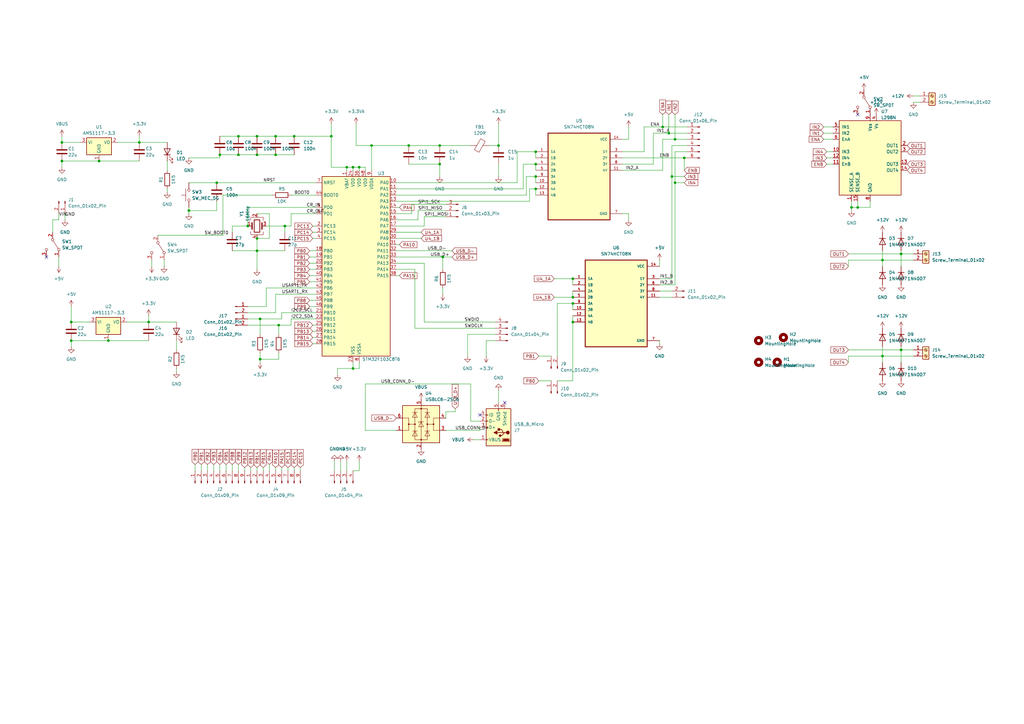
<source format=kicad_sch>
(kicad_sch (version 20230121) (generator eeschema)
  (paper "A3")
  (lib_symbols
    (symbol "Connector:Conn_01x02_Pin" (pin_names (offset 1.016) hide)
      (property "Reference" "J" (at 0 2.54 0))
      (property "Value" "Conn_01x02_Pin" (at 0 -5.08 0))
      (symbol "Conn_01x02_Pin_1_1"
        (pin passive line (at 5.08 0 180) (length 3.81) (name "Pin_1") (number "1"))
        (pin passive line (at 5.08 -2.54 180) (length 3.81) (name "Pin_2") (number "2"))
      )
    )
    (symbol "Connector:Conn_01x03_Pin" (pin_names (offset 1.016) hide)
      (property "Reference" "J" (at 0 5.08 0))
      (property "Value" "Conn_01x03_Pin" (at 0 -5.08 0))
      (symbol "Conn_01x03_Pin_1_1"
        (pin passive line (at 5.08 2.54 180) (length 3.81) (name "Pin_1") (number "1"))
        (pin passive line (at 5.08 0 180) (length 3.81) (name "Pin_2") (number "2"))
        (pin passive line (at 5.08 -2.54 180) (length 3.81) (name "Pin_3") (number "3"))
      )
    )
    (symbol "Connector:Conn_01x04_Pin" (pin_names (offset 1.016) hide)
      (property "Reference" "J" (at 0 5.08 0))
      (property "Value" "Conn_01x04_Pin" (at 0 -7.62 0))
      (symbol "Conn_01x04_Pin_1_1"
        (pin passive line (at 5.08 2.54 180) (length 3.81) (name "Pin_1") (number "1"))
        (pin passive line (at 5.08 0 180) (length 3.81) (name "Pin_2") (number "2"))
        (pin passive line (at 5.08 -2.54 180) (length 3.81) (name "Pin_3") (number "3"))
        (pin passive line (at 5.08 -5.08 180) (length 3.81) (name "Pin_4") (number "4"))
      )
    )
    (symbol "Connector:Conn_01x06_Pin" (pin_names (offset 1.016) hide)
      (property "Reference" "J" (at 0 7.62 0))
      (property "Value" "Conn_01x06_Pin" (at 0 -10.16 0))
      (symbol "Conn_01x06_Pin_1_1"
        (pin passive line (at 5.08 5.08 180) (length 3.81) (name "Pin_1") (number "1"))
        (pin passive line (at 5.08 2.54 180) (length 3.81) (name "Pin_2") (number "2"))
        (pin passive line (at 5.08 0 180) (length 3.81) (name "Pin_3") (number "3"))
        (pin passive line (at 5.08 -2.54 180) (length 3.81) (name "Pin_4") (number "4"))
        (pin passive line (at 5.08 -5.08 180) (length 3.81) (name "Pin_5") (number "5"))
        (pin passive line (at 5.08 -7.62 180) (length 3.81) (name "Pin_6") (number "6"))
      )
    )
    (symbol "Connector:Conn_01x09_Pin" (pin_names (offset 1.016) hide)
      (property "Reference" "J" (at 0 12.7 0))
      (property "Value" "Conn_01x09_Pin" (at 0 -12.7 0))
      (symbol "Conn_01x09_Pin_1_1"
        (pin passive line (at 5.08 10.16 180) (length 3.81) (name "Pin_1") (number "1"))
        (pin passive line (at 5.08 7.62 180) (length 3.81) (name "Pin_2") (number "2"))
        (pin passive line (at 5.08 5.08 180) (length 3.81) (name "Pin_3") (number "3"))
        (pin passive line (at 5.08 2.54 180) (length 3.81) (name "Pin_4") (number "4"))
        (pin passive line (at 5.08 0 180) (length 3.81) (name "Pin_5") (number "5"))
        (pin passive line (at 5.08 -2.54 180) (length 3.81) (name "Pin_6") (number "6"))
        (pin passive line (at 5.08 -5.08 180) (length 3.81) (name "Pin_7") (number "7"))
        (pin passive line (at 5.08 -7.62 180) (length 3.81) (name "Pin_8") (number "8"))
        (pin passive line (at 5.08 -10.16 180) (length 3.81) (name "Pin_9") (number "9"))
      )
    )
    (symbol "Connector:Screw_Terminal_01x02" (pin_names (offset 1.016) hide)
      (property "Reference" "J" (at 0 2.54 0))
      (property "Value" "Screw_Terminal_01x02" (at 0 -5.08 0))
      (symbol "Screw_Terminal_01x02_1_1"
        (pin passive line (at -5.08 0 0) (length 3.81) (name "Pin_1") (number "1"))
        (pin passive line (at -5.08 -2.54 0) (length 3.81) (name "Pin_2") (number "2"))
      )
    )
    (symbol "Connector:USB_B_Micro" (pin_names (offset 1.016))
      (property "Reference" "J" (at -5.08 11.43 0))
      (property "Value" "USB_B_Micro" (at -5.08 8.89 0))
      (symbol "USB_B_Micro_1_1"
        (pin power_out line (at 7.62 5.08 180) (length 2.54) (name "VBUS") (number "1"))
        (pin bidirectional line (at 7.62 -2.54 180) (length 2.54) (name "D-") (number "2"))
        (pin bidirectional line (at 7.62 0 180) (length 2.54) (name "D+") (number "3"))
        (pin passive line (at 7.62 -5.08 180) (length 2.54) (name "ID") (number "4"))
        (pin power_out line (at 0 -10.16 90) (length 2.54) (name "GND") (number "5"))
        (pin passive line (at -2.54 -10.16 90) (length 2.54) (name "Shield") (number "6"))
      )
    )
    (symbol "Device:C" (pin_numbers hide) (pin_names (offset 0.254))
      (property "Reference" "C" (at 0.635 2.54 0))
      (property "Value" "C" (at 0.635 -2.54 0))
      (symbol "C_1_1"
        (pin passive line (at 0 3.81 270) (length 2.794) (name "~") (number "1"))
        (pin passive line (at 0 -3.81 90) (length 2.794) (name "~") (number "2"))
      )
    )
    (symbol "Device:Crystal_GND24" (pin_names (offset 1.016) hide)
      (property "Reference" "Y" (at 3.175 5.08 0))
      (property "Value" "Crystal_GND24" (at 3.175 3.175 0))
      (symbol "Crystal_GND24_1_1"
        (pin passive line (at -3.81 0 0) (length 1.27) (name "1") (number "1"))
        (pin passive line (at 0 5.08 270) (length 1.27) (name "2") (number "2"))
        (pin passive line (at 3.81 0 180) (length 1.27) (name "3") (number "3"))
        (pin passive line (at 0 -5.08 90) (length 1.27) (name "4") (number "4"))
      )
    )
    (symbol "Device:FerriteBead" (pin_numbers hide) (pin_names (offset 0))
      (property "Reference" "FB" (at -3.81 0.635 90))
      (property "Value" "FerriteBead" (at 3.81 0 90))
      (symbol "FerriteBead_1_1"
        (pin passive line (at 0 3.81 270) (length 2.54) (name "~") (number "1"))
        (pin passive line (at 0 -3.81 90) (length 2.54) (name "~") (number "2"))
      )
    )
    (symbol "Device:LED" (pin_numbers hide) (pin_names (offset 1.016) hide)
      (property "Reference" "D" (at 0 2.54 0))
      (property "Value" "LED" (at 0 -2.54 0))
      (symbol "LED_1_1"
        (pin passive line (at -3.81 0 0) (length 2.54) (name "K") (number "1"))
        (pin passive line (at 3.81 0 180) (length 2.54) (name "A") (number "2"))
      )
    )
    (symbol "Device:R" (pin_numbers hide) (pin_names (offset 0))
      (property "Reference" "R" (at 2.032 0 90))
      (property "Value" "R" (at 0 0 90))
      (symbol "R_1_1"
        (pin passive line (at 0 3.81 270) (length 1.27) (name "~") (number "1"))
        (pin passive line (at 0 -3.81 90) (length 1.27) (name "~") (number "2"))
      )
    )
    (symbol "Diode:1N4007" (pin_numbers hide) (pin_names hide)
      (property "Reference" "D" (at 0 2.54 0))
      (property "Value" "1N4007" (at 0 -2.54 0))
      (symbol "1N4007_1_1"
        (pin passive line (at -3.81 0 0) (length 2.54) (name "K") (number "1"))
        (pin passive line (at 3.81 0 180) (length 2.54) (name "A") (number "2"))
      )
    )
    (symbol "Driver_Motor:L298N" (pin_names (offset 1.016))
      (property "Reference" "U" (at -10.16 16.51 0))
      (property "Value" "L298N" (at 12.7 16.51 0))
      (symbol "L298N_1_1"
        (pin power_in line (at -7.62 -17.78 90) (length 2.54) (name "SENSE_A") (number "1"))
        (pin input line (at -15.24 2.54 0) (length 2.54) (name "IN3") (number "10"))
        (pin input line (at -15.24 -2.54 0) (length 2.54) (name "EnB") (number "11"))
        (pin input line (at -15.24 0 0) (length 2.54) (name "IN4") (number "12"))
        (pin output line (at 15.24 -2.54 180) (length 2.54) (name "OUT3") (number "13"))
        (pin output line (at 15.24 -5.08 180) (length 2.54) (name "OUT4") (number "14"))
        (pin power_in line (at -5.08 -17.78 90) (length 2.54) (name "SENSE_B") (number "15"))
        (pin output line (at 15.24 5.08 180) (length 2.54) (name "OUT1") (number "2"))
        (pin output line (at 15.24 2.54 180) (length 2.54) (name "OUT2") (number "3"))
        (pin power_in line (at 2.54 17.78 270) (length 2.54) (name "Vs") (number "4"))
        (pin input line (at -15.24 12.7 0) (length 2.54) (name "IN1") (number "5"))
        (pin input line (at -15.24 7.62 0) (length 2.54) (name "EnA") (number "6"))
        (pin input line (at -15.24 10.16 0) (length 2.54) (name "IN2") (number "7"))
        (pin power_in line (at 0 -17.78 90) (length 2.54) (name "GND") (number "8"))
        (pin power_in line (at 0 17.78 270) (length 2.54) (name "Vss") (number "9"))
      )
    )
    (symbol "MCU_ST_STM32F1:STM32F103C8Tx"
      (property "Reference" "U" (at -12.7 39.37 0))
      (property "Value" "STM32F103C8Tx" (at 10.16 39.37 0))
      (symbol "STM32F103C8Tx_1_1"
        (pin power_in line (at -2.54 40.64 270) (length 2.54) (name "VBAT") (number "1"))
        (pin bidirectional line (at 17.78 35.56 180) (length 2.54) (name "PA0") (number "10"))
        (pin bidirectional line (at 17.78 33.02 180) (length 2.54) (name "PA1") (number "11"))
        (pin bidirectional line (at 17.78 30.48 180) (length 2.54) (name "PA2") (number "12"))
        (pin bidirectional line (at 17.78 27.94 180) (length 2.54) (name "PA3") (number "13"))
        (pin bidirectional line (at 17.78 25.4 180) (length 2.54) (name "PA4") (number "14"))
        (pin bidirectional line (at 17.78 22.86 180) (length 2.54) (name "PA5") (number "15"))
        (pin bidirectional line (at 17.78 20.32 180) (length 2.54) (name "PA6") (number "16"))
        (pin bidirectional line (at 17.78 17.78 180) (length 2.54) (name "PA7") (number "17"))
        (pin bidirectional line (at -15.24 7.62 0) (length 2.54) (name "PB0") (number "18"))
        (pin bidirectional line (at -15.24 5.08 0) (length 2.54) (name "PB1") (number "19"))
        (pin bidirectional line (at -15.24 17.78 0) (length 2.54) (name "PC13") (number "2"))
        (pin bidirectional line (at -15.24 2.54 0) (length 2.54) (name "PB2") (number "20"))
        (pin bidirectional line (at -15.24 -17.78 0) (length 2.54) (name "PB10") (number "21"))
        (pin bidirectional line (at -15.24 -20.32 0) (length 2.54) (name "PB11") (number "22"))
        (pin power_in line (at 0 -38.1 90) (length 2.54) (name "VSS") (number "23"))
        (pin power_in line (at 0 40.64 270) (length 2.54) (name "VDD") (number "24"))
        (pin bidirectional line (at -15.24 -22.86 0) (length 2.54) (name "PB12") (number "25"))
        (pin bidirectional line (at -15.24 -25.4 0) (length 2.54) (name "PB13") (number "26"))
        (pin bidirectional line (at -15.24 -27.94 0) (length 2.54) (name "PB14") (number "27"))
        (pin bidirectional line (at -15.24 -30.48 0) (length 2.54) (name "PB15") (number "28"))
        (pin bidirectional line (at 17.78 15.24 180) (length 2.54) (name "PA8") (number "29"))
        (pin bidirectional line (at -15.24 15.24 0) (length 2.54) (name "PC14") (number "3"))
        (pin bidirectional line (at 17.78 12.7 180) (length 2.54) (name "PA9") (number "30"))
        (pin bidirectional line (at 17.78 10.16 180) (length 2.54) (name "PA10") (number "31"))
        (pin bidirectional line (at 17.78 7.62 180) (length 2.54) (name "PA11") (number "32"))
        (pin bidirectional line (at 17.78 5.08 180) (length 2.54) (name "PA12") (number "33"))
        (pin bidirectional line (at 17.78 2.54 180) (length 2.54) (name "PA13") (number "34"))
        (pin passive line (at 0 -38.1 90) (length 2.54) hide (name "VSS") (number "35"))
        (pin power_in line (at 2.54 40.64 270) (length 2.54) (name "VDD") (number "36"))
        (pin bidirectional line (at 17.78 0 180) (length 2.54) (name "PA14") (number "37"))
        (pin bidirectional line (at 17.78 -2.54 180) (length 2.54) (name "PA15") (number "38"))
        (pin bidirectional line (at -15.24 0 0) (length 2.54) (name "PB3") (number "39"))
        (pin bidirectional line (at -15.24 12.7 0) (length 2.54) (name "PC15") (number "4"))
        (pin bidirectional line (at -15.24 -2.54 0) (length 2.54) (name "PB4") (number "40"))
        (pin bidirectional line (at -15.24 -5.08 0) (length 2.54) (name "PB5") (number "41"))
        (pin bidirectional line (at -15.24 -7.62 0) (length 2.54) (name "PB6") (number "42"))
        (pin bidirectional line (at -15.24 -10.16 0) (length 2.54) (name "PB7") (number "43"))
        (pin input line (at -15.24 30.48 0) (length 2.54) (name "BOOT0") (number "44"))
        (pin bidirectional line (at -15.24 -12.7 0) (length 2.54) (name "PB8") (number "45"))
        (pin bidirectional line (at -15.24 -15.24 0) (length 2.54) (name "PB9") (number "46"))
        (pin passive line (at 0 -38.1 90) (length 2.54) hide (name "VSS") (number "47"))
        (pin power_in line (at 5.08 40.64 270) (length 2.54) (name "VDD") (number "48"))
        (pin bidirectional line (at -15.24 25.4 0) (length 2.54) (name "PD0") (number "5"))
        (pin bidirectional line (at -15.24 22.86 0) (length 2.54) (name "PD1") (number "6"))
        (pin input line (at -15.24 35.56 0) (length 2.54) (name "NRST") (number "7"))
        (pin power_in line (at 2.54 -38.1 90) (length 2.54) (name "VSSA") (number "8"))
        (pin power_in line (at 7.62 40.64 270) (length 2.54) (name "VDDA") (number "9"))
      )
    )
    (symbol "Mechanical:MountingHole" (pin_names (offset 1.016))
      (property "Reference" "H" (at 0 5.08 0))
      (property "Value" "MountingHole" (at 0 3.175 0))
    )
    (symbol "Power_Protection:USBLC6-2SC6" (pin_names hide)
      (property "Reference" "U" (at 2.54 8.89 0))
      (property "Value" "USBLC6-2SC6" (at 2.54 -8.89 0))
      (symbol "USBLC6-2SC6_1_1"
        (pin passive line (at -10.16 -2.54 0) (length 2.54) (name "I/O1") (number "1"))
        (pin passive line (at 0 -10.16 90) (length 2.54) (name "GND") (number "2"))
        (pin passive line (at 10.16 -2.54 180) (length 2.54) (name "I/O2") (number "3"))
        (pin passive line (at 10.16 2.54 180) (length 2.54) (name "I/O2") (number "4"))
        (pin passive line (at 0 10.16 270) (length 2.54) (name "VBUS") (number "5"))
        (pin passive line (at -10.16 2.54 0) (length 2.54) (name "I/O1") (number "6"))
      )
    )
    (symbol "Regulator_Linear:AMS1117-3.3"
      (property "Reference" "U" (at -3.81 3.175 0))
      (property "Value" "AMS1117-3.3" (at 0 3.175 0))
      (symbol "AMS1117-3.3_1_1"
        (pin power_in line (at 0 -7.62 90) (length 2.54) (name "GND") (number "1"))
        (pin power_out line (at 7.62 0 180) (length 2.54) (name "VO") (number "2"))
        (pin power_in line (at -7.62 0 0) (length 2.54) (name "VI") (number "3"))
      )
    )
    (symbol "SN74HCT08N:SN74HCT08N" (pin_names (offset 1.016))
      (property "Reference" "U" (at -12.7 18.78 0))
      (property "Value" "SN74HCT08N" (at -12.7 -21.78 0))
      (symbol "SN74HCT08N_0_0"
        (pin input line (at -17.78 10.16 0) (length 5.08) (name "1A") (number "1"))
        (pin input line (at -17.78 -2.54 0) (length 5.08) (name "3B") (number "10"))
        (pin output line (at 17.78 2.54 180) (length 5.08) (name "4Y") (number "11"))
        (pin input line (at -17.78 -5.08 0) (length 5.08) (name "4A") (number "12"))
        (pin input line (at -17.78 -7.62 0) (length 5.08) (name "4B") (number "13"))
        (pin power_in line (at 17.78 15.24 180) (length 5.08) (name "VCC") (number "14"))
        (pin input line (at -17.78 7.62 0) (length 5.08) (name "1B") (number "2"))
        (pin output line (at 17.78 10.16 180) (length 5.08) (name "1Y") (number "3"))
        (pin input line (at -17.78 5.08 0) (length 5.08) (name "2A") (number "4"))
        (pin input line (at -17.78 2.54 0) (length 5.08) (name "2B") (number "5"))
        (pin output line (at 17.78 7.62 180) (length 5.08) (name "2Y") (number "6"))
        (pin power_in line (at 17.78 -15.24 180) (length 5.08) (name "GND") (number "7"))
        (pin output line (at 17.78 5.08 180) (length 5.08) (name "3Y") (number "8"))
        (pin input line (at -17.78 0 0) (length 5.08) (name "3A") (number "9"))
      )
    )
    (symbol "Switch:SW_MEC_5G" (pin_numbers hide) (pin_names (offset 1.016) hide)
      (property "Reference" "SW" (at 1.27 2.54 0))
      (property "Value" "SW_MEC_5G" (at 0 -1.524 0))
      (symbol "SW_MEC_5G_0_1"
        (pin passive line (at -5.08 0 0) (length 2.54) (name "A") (number "1"))
        (pin passive line (at 5.08 0 180) (length 2.54) (name "B") (number "3"))
      )
      (symbol "SW_MEC_5G_1_1"
        (pin passive line (at -5.08 0 0) (length 2.54) hide (name "A") (number "2"))
        (pin passive line (at 5.08 0 180) (length 2.54) hide (name "B") (number "4"))
      )
    )
    (symbol "Switch:SW_SPDT" (pin_names (offset 0) hide)
      (property "Reference" "SW" (at 0 4.318 0))
      (property "Value" "SW_SPDT" (at 0 -5.08 0))
      (symbol "SW_SPDT_1_1"
        (pin passive line (at 5.08 2.54 180) (length 2.54) (name "A") (number "1"))
        (pin passive line (at -5.08 0 0) (length 2.54) (name "B") (number "2"))
        (pin passive line (at 5.08 -2.54 180) (length 2.54) (name "C") (number "3"))
      )
    )
    (symbol "power:+12V" (power) (pin_names (offset 0))
      (property "Value" "+12V" (at 0 3.556 0))
      (symbol "+12V_1_1"
        (pin power_in line (at 0 0 90) (length 0) hide (name "+12V") (number "1"))
      )
    )
    (symbol "power:+3.3V" (power) (pin_names (offset 0))
      (property "Value" "+3.3V" (at 0 3.556 0))
      (symbol "+3.3V_1_1"
        (pin power_in line (at 0 0 90) (length 0) hide (name "+3.3V") (number "1"))
      )
    )
    (symbol "power:+3.3VA" (power) (pin_names (offset 0))
      (property "Value" "+3.3VA" (at 0 3.556 0))
      (symbol "+3.3VA_1_1"
        (pin power_in line (at 0 0 90) (length 0) hide (name "+3.3VA") (number "1"))
      )
    )
    (symbol "power:+5V" (power) (pin_names (offset 0))
      (property "Value" "+5V" (at 0 3.556 0))
      (symbol "+5V_1_1"
        (pin power_in line (at 0 0 90) (length 0) hide (name "+5V") (number "1"))
      )
    )
    (symbol "power:GND" (power) (pin_names (offset 0))
      (property "Value" "GND" (at 0 -3.81 0))
      (symbol "GND_1_1"
        (pin power_in line (at 0 0 270) (length 0) hide (name "GND") (number "1"))
      )
    )
    (symbol "power:VBUS" (power) (pin_names (offset 0))
      (property "Value" "VBUS" (at 0 3.81 0))
      (symbol "VBUS_1_1"
        (pin power_in line (at 0 0 90) (length 0) hide (name "VBUS") (number "1"))
      )
    )
  )
  (junction (at 44.45 139.7))
  (junction (at 113.03 63.5))
  (junction (at 29.21 139.7))
  (junction (at 25.4 66.04))
  (junction (at 60.96 132.08))
  (junction (at 219.71 67.31))
  (junction (at 234.95 114.3))
  (junction (at 116.84 92.71))
  (junction (at 274.32 54.61))
  (junction (at 276.86 57.15))
  (junction (at 147.32 68.58))
  (junction (at 369.57 143.51))
  (junction (at 369.57 104.14))
  (junction (at 234.95 132.08))
  (junction (at 144.78 151.13))
  (junction (at 106.68 130.81))
  (junction (at 101.6 92.71))
  (junction (at 219.71 62.23))
  (junction (at 280.67 64.77))
  (junction (at 105.41 63.5))
  (junction (at 167.64 59.69))
  (junction (at 349.25 85.09))
  (junction (at 275.59 72.39))
  (junction (at 88.9 74.93))
  (junction (at 97.79 55.88))
  (junction (at 105.41 55.88))
  (junction (at 351.79 85.09))
  (junction (at 142.24 68.58))
  (junction (at 144.78 68.58))
  (junction (at 276.86 74.93))
  (junction (at 180.34 59.69))
  (junction (at 152.4 59.69))
  (junction (at 219.71 72.39))
  (junction (at 113.03 55.88))
  (junction (at 90.17 63.5))
  (junction (at 181.61 105.41))
  (junction (at 234.95 124.46))
  (junction (at 105.41 102.87))
  (junction (at 120.65 55.88))
  (junction (at 57.15 58.42))
  (junction (at 135.89 55.88))
  (junction (at 180.34 67.31))
  (junction (at 106.68 147.32))
  (junction (at 234.95 121.92))
  (junction (at 29.21 132.08))
  (junction (at 271.78 52.07))
  (junction (at 361.95 146.05))
  (junction (at 97.79 63.5))
  (junction (at 105.41 97.79))
  (junction (at 40.64 66.04))
  (junction (at 204.47 59.69))
  (junction (at 361.95 106.68))
  (junction (at 77.47 86.36))
  (junction (at 114.3 133.35))
  (junction (at 219.71 77.47))
  (junction (at 25.4 58.42))
  (no_connect (at 19.05 105.41))
  (no_connect (at 351.79 46.99))
  (no_connect (at 207.01 165.1))
  (no_connect (at 196.85 170.18))
  (wire (pts (xy 91.44 96.52) (xy 64.77 96.52)))
  (wire (pts (xy 88.9 82.55) (xy 88.9 86.36)))
  (wire (pts (xy 128.27 133.35) (xy 129.54 133.35)))
  (wire (pts (xy 82.55 190.5) (xy 82.55 193.04)))
  (wire (pts (xy 113.03 191.77) (xy 113.03 193.04)))
  (wire (pts (xy 220.98 146.05) (xy 226.06 146.05)))
  (wire (pts (xy 144.78 68.58) (xy 142.24 68.58)))
  (wire (pts (xy 77.47 74.93) (xy 88.9 74.93)))
  (wire (pts (xy 255.27 64.77) (xy 280.67 64.77)))
  (wire (pts (xy 377.19 39.37) (xy 374.65 39.37)))
  (wire (pts (xy 215.9 72.39) (xy 219.71 72.39)))
  (wire (pts (xy 149.86 157.48) (xy 149.86 176.53)))
  (wire (pts (xy 29.21 139.7) (xy 29.21 142.24)))
  (wire (pts (xy 127 110.49) (xy 129.54 110.49)))
  (wire (pts (xy 167.64 67.31) (xy 180.34 67.31)))
  (wire (pts (xy 270.51 116.84) (xy 276.86 116.84)))
  (wire (pts (xy 105.41 191.77) (xy 105.41 193.04)))
  (wire (pts (xy 227.33 121.92) (xy 234.95 121.92)))
  (wire (pts (xy 97.79 63.5) (xy 105.41 63.5)))
  (wire (pts (xy 234.95 124.46) (xy 234.95 127)))
  (wire (pts (xy 171.45 90.17) (xy 171.45 86.36)))
  (wire (pts (xy 162.56 97.79) (xy 172.72 97.79)))
  (wire (pts (xy 270.51 114.3) (xy 275.59 114.3)))
  (wire (pts (xy 95.25 190.5) (xy 95.25 193.04)))
  (wire (pts (xy 170.18 110.49) (xy 170.18 134.62)))
  (wire (pts (xy 119.38 133.35) (xy 119.38 130.81)))
  (wire (pts (xy 101.6 128.27) (xy 113.03 128.27)))
  (wire (pts (xy 72.39 151.13) (xy 72.39 152.4)))
  (wire (pts (xy 162.56 85.09) (xy 163.83 85.09)))
  (wire (pts (xy 90.17 63.5) (xy 97.79 63.5)))
  (wire (pts (xy 280.67 64.77) (xy 280.67 69.85)))
  (wire (pts (xy 167.64 59.69) (xy 180.34 59.69)))
  (wire (pts (xy 162.56 90.17) (xy 171.45 90.17)))
  (wire (pts (xy 162.56 113.03) (xy 163.83 113.03)))
  (wire (pts (xy 217.17 77.47) (xy 219.71 77.47)))
  (wire (pts (xy 101.6 92.71) (xy 95.25 92.71)))
  (wire (pts (xy 186.69 167.64) (xy 186.69 168.91)))
  (wire (pts (xy 97.79 190.5) (xy 97.79 193.04)))
  (wire (pts (xy 106.68 144.78) (xy 106.68 147.32)))
  (wire (pts (xy 257.81 87.63) (xy 257.81 90.17)))
  (wire (pts (xy 101.6 133.35) (xy 114.3 133.35)))
  (wire (pts (xy 339.09 64.77) (xy 341.63 64.77)))
  (wire (pts (xy 180.34 67.31) (xy 180.34 72.39)))
  (wire (pts (xy 267.97 54.61) (xy 274.32 54.61)))
  (wire (pts (xy 203.2 139.7) (xy 199.39 139.7)))
  (wire (pts (xy 275.59 114.3) (xy 275.59 72.39)))
  (wire (pts (xy 110.49 87.63) (xy 110.49 97.79)))
  (wire (pts (xy 162.56 82.55) (xy 217.17 82.55)))
  (wire (pts (xy 147.32 68.58) (xy 149.86 68.58)))
  (wire (pts (xy 68.58 77.47) (xy 68.58 78.74)))
  (wire (pts (xy 109.22 125.73) (xy 101.6 125.73)))
  (wire (pts (xy 162.56 80.01) (xy 215.9 80.01)))
  (wire (pts (xy 106.68 147.32) (xy 106.68 148.59)))
  (wire (pts (xy 48.26 58.42) (xy 57.15 58.42)))
  (wire (pts (xy 72.39 139.7) (xy 72.39 143.51)))
  (wire (pts (xy 128.27 138.43) (xy 129.54 138.43)))
  (wire (pts (xy 105.41 63.5) (xy 113.03 63.5)))
  (wire (pts (xy 146.05 50.8) (xy 146.05 59.69)))
  (wire (pts (xy 105.41 102.87) (xy 116.84 102.87)))
  (wire (pts (xy 162.56 100.33) (xy 163.83 100.33)))
  (wire (pts (xy 62.23 106.68) (xy 62.23 109.22)))
  (wire (pts (xy 152.4 59.69) (xy 146.05 59.69)))
  (wire (pts (xy 337.82 52.07) (xy 341.63 52.07)))
  (wire (pts (xy 349.25 82.55) (xy 349.25 85.09)))
  (wire (pts (xy 212.09 62.23) (xy 219.71 62.23)))
  (wire (pts (xy 109.22 92.71) (xy 116.84 92.71)))
  (wire (pts (xy 171.45 86.36) (xy 182.88 86.36)))
  (wire (pts (xy 276.86 46.99) (xy 276.86 57.15)))
  (wire (pts (xy 100.33 191.77) (xy 100.33 193.04)))
  (wire (pts (xy 170.18 134.62) (xy 203.2 134.62)))
  (wire (pts (xy 90.17 190.5) (xy 90.17 193.04)))
  (wire (pts (xy 234.95 119.38) (xy 234.95 121.92)))
  (wire (pts (xy 137.16 189.23) (xy 137.16 193.04)))
  (wire (pts (xy 274.32 46.99) (xy 274.32 54.61)))
  (wire (pts (xy 90.17 64.77) (xy 90.17 63.5)))
  (wire (pts (xy 40.64 66.04) (xy 57.15 66.04)))
  (wire (pts (xy 129.54 128.27) (xy 115.57 128.27)))
  (wire (pts (xy 127 105.41) (xy 129.54 105.41)))
  (wire (pts (xy 264.16 52.07) (xy 271.78 52.07)))
  (wire (pts (xy 52.07 132.08) (xy 60.96 132.08)))
  (wire (pts (xy 193.04 172.72) (xy 193.04 157.48)))
  (wire (pts (xy 95.25 92.71) (xy 95.25 95.25)))
  (wire (pts (xy 356.87 85.09) (xy 351.79 85.09)))
  (wire (pts (xy 182.88 176.53) (xy 196.85 176.53)))
  (wire (pts (xy 95.25 102.87) (xy 105.41 102.87)))
  (wire (pts (xy 337.82 54.61) (xy 341.63 54.61)))
  (wire (pts (xy 276.86 74.93) (xy 280.67 74.93)))
  (wire (pts (xy 361.95 146.05) (xy 361.95 148.59)))
  (wire (pts (xy 173.99 132.08) (xy 203.2 132.08)))
  (wire (pts (xy 115.57 130.81) (xy 106.68 130.81)))
  (wire (pts (xy 361.95 146.05) (xy 347.98 146.05)))
  (wire (pts (xy 115.57 128.27) (xy 115.57 130.81)))
  (wire (pts (xy 123.19 191.77) (xy 123.19 193.04)))
  (wire (pts (xy 120.65 55.88) (xy 135.89 55.88)))
  (wire (pts (xy 129.54 85.09) (xy 101.6 85.09)))
  (wire (pts (xy 349.25 85.09) (xy 349.25 86.36)))
  (wire (pts (xy 173.99 107.95) (xy 173.99 132.08)))
  (wire (pts (xy 369.57 143.51) (xy 369.57 148.59)))
  (wire (pts (xy 29.21 139.7) (xy 44.45 139.7)))
  (wire (pts (xy 255.27 87.63) (xy 257.81 87.63)))
  (wire (pts (xy 257.81 52.07) (xy 257.81 57.15)))
  (wire (pts (xy 214.63 77.47) (xy 162.56 77.47)))
  (wire (pts (xy 116.84 92.71) (xy 119.38 92.71)))
  (wire (pts (xy 219.71 72.39) (xy 219.71 74.93)))
  (wire (pts (xy 101.6 85.09) (xy 101.6 92.71)))
  (wire (pts (xy 25.4 55.88) (xy 25.4 58.42)))
  (wire (pts (xy 129.54 118.11) (xy 109.22 118.11)))
  (wire (pts (xy 85.09 190.5) (xy 85.09 193.04)))
  (wire (pts (xy 168.91 87.63) (xy 168.91 83.82)))
  (wire (pts (xy 337.82 57.15) (xy 341.63 57.15)))
  (wire (pts (xy 275.59 72.39) (xy 280.67 72.39)))
  (wire (pts (xy 220.98 156.21) (xy 226.06 156.21)))
  (wire (pts (xy 128.27 97.79) (xy 129.54 97.79)))
  (wire (pts (xy 228.6 124.46) (xy 234.95 124.46)))
  (wire (pts (xy 361.95 102.87) (xy 361.95 106.68)))
  (wire (pts (xy 127 125.73) (xy 129.54 125.73)))
  (wire (pts (xy 92.71 190.5) (xy 92.71 193.04)))
  (wire (pts (xy 119.38 130.81) (xy 129.54 130.81)))
  (wire (pts (xy 191.77 137.16) (xy 203.2 137.16)))
  (wire (pts (xy 149.86 68.58) (xy 149.86 69.85)))
  (wire (pts (xy 255.27 67.31) (xy 267.97 67.31)))
  (wire (pts (xy 128.27 95.25) (xy 129.54 95.25)))
  (wire (pts (xy 267.97 67.31) (xy 267.97 54.61)))
  (wire (pts (xy 119.38 80.01) (xy 129.54 80.01)))
  (wire (pts (xy 181.61 105.41) (xy 181.61 110.49)))
  (wire (pts (xy 276.86 62.23) (xy 281.94 62.23)))
  (wire (pts (xy 105.41 55.88) (xy 113.03 55.88)))
  (wire (pts (xy 110.49 190.5) (xy 110.49 193.04)))
  (wire (pts (xy 162.56 105.41) (xy 181.61 105.41)))
  (wire (pts (xy 118.11 191.77) (xy 118.11 193.04)))
  (wire (pts (xy 24.13 87.63) (xy 24.13 90.17)))
  (wire (pts (xy 114.3 147.32) (xy 106.68 147.32)))
  (wire (pts (xy 127 115.57) (xy 129.54 115.57)))
  (wire (pts (xy 144.78 151.13) (xy 138.43 151.13)))
  (wire (pts (xy 347.98 146.05) (xy 347.98 148.59)))
  (wire (pts (xy 119.38 92.71) (xy 119.38 87.63)))
  (wire (pts (xy 162.56 95.25) (xy 172.72 95.25)))
  (wire (pts (xy 356.87 82.55) (xy 356.87 85.09)))
  (wire (pts (xy 97.79 55.88) (xy 105.41 55.88)))
  (wire (pts (xy 128.27 92.71) (xy 129.54 92.71)))
  (wire (pts (xy 369.57 142.24) (xy 369.57 143.51)))
  (wire (pts (xy 90.17 55.88) (xy 97.79 55.88)))
  (wire (pts (xy 116.84 92.71) (xy 116.84 95.25)))
  (wire (pts (xy 149.86 176.53) (xy 162.56 176.53)))
  (wire (pts (xy 351.79 85.09) (xy 349.25 85.09)))
  (wire (pts (xy 255.27 62.23) (xy 264.16 62.23)))
  (wire (pts (xy 106.68 130.81) (xy 101.6 130.81)))
  (wire (pts (xy 25.4 58.42) (xy 33.02 58.42)))
  (wire (pts (xy 347.98 143.51) (xy 369.57 143.51)))
  (wire (pts (xy 144.78 68.58) (xy 144.78 69.85)))
  (wire (pts (xy 57.15 55.88) (xy 57.15 58.42)))
  (wire (pts (xy 60.96 132.08) (xy 72.39 132.08)))
  (wire (pts (xy 21.59 95.25) (xy 21.59 90.17)))
  (wire (pts (xy 219.71 67.31) (xy 219.71 69.85)))
  (wire (pts (xy 173.99 88.9) (xy 182.88 88.9)))
  (wire (pts (xy 127 113.03) (xy 129.54 113.03)))
  (wire (pts (xy 276.86 74.93) (xy 276.86 62.23)))
  (wire (pts (xy 162.56 107.95) (xy 173.99 107.95)))
  (wire (pts (xy 182.88 168.91) (xy 182.88 171.45)))
  (wire (pts (xy 162.56 92.71) (xy 173.99 92.71)))
  (wire (pts (xy 25.4 66.04) (xy 25.4 68.58)))
  (wire (pts (xy 162.56 74.93) (xy 212.09 74.93)))
  (wire (pts (xy 127 102.87) (xy 129.54 102.87)))
  (wire (pts (xy 181.61 105.41) (xy 185.42 105.41)))
  (wire (pts (xy 196.85 176.53) (xy 196.85 175.26)))
  (wire (pts (xy 271.78 46.99) (xy 271.78 52.07)))
  (wire (pts (xy 270.51 119.38) (xy 275.59 119.38)))
  (wire (pts (xy 57.15 58.42) (xy 68.58 58.42)))
  (wire (pts (xy 369.57 104.14) (xy 374.65 104.14)))
  (wire (pts (xy 139.7 189.23) (xy 139.7 193.04)))
  (wire (pts (xy 180.34 59.69) (xy 193.04 59.69)))
  (wire (pts (xy 234.95 114.3) (xy 234.95 116.84)))
  (wire (pts (xy 228.6 156.21) (xy 234.95 156.21)))
  (wire (pts (xy 120.65 191.77) (xy 120.65 193.04)))
  (wire (pts (xy 91.44 80.01) (xy 91.44 96.52)))
  (wire (pts (xy 270.51 106.68) (xy 270.51 109.22)))
  (wire (pts (xy 142.24 189.23) (xy 142.24 193.04)))
  (wire (pts (xy 212.09 74.93) (xy 212.09 62.23)))
  (wire (pts (xy 257.81 57.15) (xy 255.27 57.15)))
  (wire (pts (xy 88.9 74.93) (xy 129.54 74.93)))
  (wire (pts (xy 374.65 106.68) (xy 361.95 106.68)))
  (wire (pts (xy 215.9 80.01) (xy 215.9 72.39)))
  (wire (pts (xy 135.89 68.58) (xy 142.24 68.58)))
  (wire (pts (xy 339.09 67.31) (xy 341.63 67.31)))
  (wire (pts (xy 194.31 180.34) (xy 196.85 180.34)))
  (wire (pts (xy 147.32 193.04) (xy 144.78 193.04)))
  (wire (pts (xy 113.03 128.27) (xy 113.03 120.65)))
  (wire (pts (xy 271.78 69.85) (xy 271.78 57.15)))
  (wire (pts (xy 24.13 105.41) (xy 24.13 109.22)))
  (wire (pts (xy 142.24 68.58) (xy 142.24 69.85)))
  (wire (pts (xy 196.85 172.72) (xy 193.04 172.72)))
  (wire (pts (xy 111.76 80.01) (xy 91.44 80.01)))
  (wire (pts (xy 374.65 146.05) (xy 361.95 146.05)))
  (wire (pts (xy 113.03 55.88) (xy 120.65 55.88)))
  (wire (pts (xy 361.95 106.68) (xy 361.95 109.22)))
  (wire (pts (xy 105.41 97.79) (xy 105.41 102.87)))
  (wire (pts (xy 274.32 54.61) (xy 281.94 54.61)))
  (wire (pts (xy 271.78 52.07) (xy 281.94 52.07)))
  (wire (pts (xy 369.57 143.51) (xy 374.65 143.51)))
  (wire (pts (xy 77.47 85.09) (xy 77.47 86.36)))
  (wire (pts (xy 271.78 57.15) (xy 276.86 57.15)))
  (wire (pts (xy 88.9 86.36) (xy 77.47 86.36)))
  (wire (pts (xy 200.66 59.69) (xy 204.47 59.69)))
  (wire (pts (xy 26.67 87.63) (xy 26.67 90.17)))
  (wire (pts (xy 60.96 129.54) (xy 60.96 132.08)))
  (wire (pts (xy 369.57 102.87) (xy 369.57 104.14)))
  (wire (pts (xy 107.95 191.77) (xy 107.95 193.04)))
  (wire (pts (xy 181.61 118.11) (xy 181.61 120.65)))
  (wire (pts (xy 152.4 59.69) (xy 152.4 69.85)))
  (wire (pts (xy 128.27 135.89) (xy 129.54 135.89)))
  (wire (pts (xy 29.21 132.08) (xy 36.83 132.08)))
  (wire (pts (xy 191.77 146.05) (xy 191.77 137.16)))
  (wire (pts (xy 219.71 77.47) (xy 219.71 80.01)))
  (wire (pts (xy 25.4 66.04) (xy 40.64 66.04)))
  (wire (pts (xy 204.47 160.02) (xy 204.47 165.1)))
  (wire (pts (xy 21.59 90.17) (xy 24.13 90.17)))
  (wire (pts (xy 173.99 92.71) (xy 173.99 88.9)))
  (wire (pts (xy 105.41 102.87) (xy 105.41 110.49)))
  (wire (pts (xy 276.86 57.15) (xy 281.94 57.15)))
  (wire (pts (xy 361.95 142.24) (xy 361.95 146.05)))
  (wire (pts (xy 280.67 64.77) (xy 281.94 64.77)))
  (wire (pts (xy 135.89 50.8) (xy 135.89 55.88)))
  (wire (pts (xy 77.47 64.77) (xy 90.17 64.77)))
  (wire (pts (xy 114.3 144.78) (xy 114.3 147.32)))
  (wire (pts (xy 219.71 67.31) (xy 214.63 67.31)))
  (wire (pts (xy 347.98 106.68) (xy 347.98 109.22)))
  (wire (pts (xy 67.31 106.68) (xy 67.31 109.22)))
  (wire (pts (xy 147.32 68.58) (xy 147.32 69.85)))
  (wire (pts (xy 219.71 62.23) (xy 219.71 64.77)))
  (wire (pts (xy 106.68 130.81) (xy 106.68 137.16)))
  (wire (pts (xy 270.51 121.92) (xy 275.59 121.92)))
  (wire (pts (xy 128.27 140.97) (xy 129.54 140.97)))
  (wire (pts (xy 144.78 151.13) (xy 147.32 151.13)))
  (wire (pts (xy 162.56 87.63) (xy 168.91 87.63)))
  (wire (pts (xy 186.69 168.91) (xy 182.88 168.91)))
  (wire (pts (xy 347.98 104.14) (xy 369.57 104.14)))
  (wire (pts (xy 114.3 133.35) (xy 114.3 137.16)))
  (wire (pts (xy 270.51 139.7) (xy 270.51 140.97)))
  (wire (pts (xy 275.59 59.69) (xy 281.94 59.69)))
  (wire (pts (xy 138.43 151.13) (xy 138.43 153.67)))
  (wire (pts (xy 44.45 139.7) (xy 60.96 139.7)))
  (wire (pts (xy 199.39 139.7) (xy 199.39 146.05)))
  (wire (pts (xy 115.57 191.77) (xy 115.57 193.04)))
  (wire (pts (xy 228.6 146.05) (xy 228.6 124.46)))
  (wire (pts (xy 152.4 59.69) (xy 167.64 59.69)))
  (wire (pts (xy 127 123.19) (xy 129.54 123.19)))
  (wire (pts (xy 87.63 190.5) (xy 87.63 193.04)))
  (wire (pts (xy 204.47 67.31) (xy 204.47 72.39)))
  (wire (pts (xy 147.32 68.58) (xy 144.78 68.58)))
  (wire (pts (xy 369.57 104.14) (xy 369.57 109.22)))
  (wire (pts (xy 276.86 116.84) (xy 276.86 74.93)))
  (wire (pts (xy 339.09 62.23) (xy 341.63 62.23)))
  (wire (pts (xy 144.78 148.59) (xy 144.78 151.13)))
  (wire (pts (xy 227.33 114.3) (xy 234.95 114.3)))
  (wire (pts (xy 29.21 125.73) (xy 29.21 132.08)))
  (wire (pts (xy 234.95 129.54) (xy 234.95 132.08)))
  (wire (pts (xy 113.03 120.65) (xy 129.54 120.65)))
  (wire (pts (xy 102.87 191.77) (xy 102.87 193.04)))
  (wire (pts (xy 193.04 157.48) (xy 149.86 157.48)))
  (wire (pts (xy 168.91 83.82) (xy 182.88 83.82)))
  (wire (pts (xy 234.95 156.21) (xy 234.95 132.08)))
  (wire (pts (xy 255.27 69.85) (xy 271.78 69.85)))
  (wire (pts (xy 114.3 133.35) (xy 119.38 133.35)))
  (wire (pts (xy 275.59 72.39) (xy 275.59 59.69)))
  (wire (pts (xy 147.32 151.13) (xy 147.32 148.59)))
  (wire (pts (xy 68.58 66.04) (xy 68.58 69.85)))
  (wire (pts (xy 113.03 63.5) (xy 120.65 63.5)))
  (wire (pts (xy 204.47 50.8) (xy 204.47 59.69)))
  (wire (pts (xy 127 107.95) (xy 129.54 107.95)))
  (wire (pts (xy 147.32 189.23) (xy 147.32 193.04)))
  (wire (pts (xy 109.22 118.11) (xy 109.22 125.73)))
  (wire (pts (xy 77.47 86.36) (xy 77.47 87.63)))
  (wire (pts (xy 80.01 190.5) (xy 80.01 193.04)))
  (wire (pts (xy 351.79 82.55) (xy 351.79 85.09)))
  (wire (pts (xy 217.17 82.55) (xy 217.17 77.47)))
  (wire (pts (xy 264.16 62.23) (xy 264.16 52.07)))
  (wire (pts (xy 214.63 67.31) (xy 214.63 77.47)))
  (wire (pts (xy 119.38 87.63) (xy 129.54 87.63)))
  (wire (pts (xy 377.19 41.91) (xy 374.65 41.91)))
  (wire (pts (xy 135.89 55.88) (xy 135.89 68.58)))
  (wire (pts (xy 162.56 110.49) (xy 170.18 110.49)))
  (wire (pts (xy 105.41 87.63) (xy 110.49 87.63)))
  (wire (pts (xy 162.56 102.87) (xy 185.42 102.87)))
  (wire (pts (xy 361.95 106.68) (xy 347.98 106.68)))
  (wire (pts (xy 110.49 97.79) (xy 105.41 97.79)))
  (label "SW_BOOT0" (at 83.82 96.52 0))
  (label "GND" (at 26.67 88.9 0))
  (label "SPI1_MOSI" (at 173.99 88.9 0))
  (label "SWDIO" (at 190.5 132.08 0))
  (label "USB_D-" (at 175.26 102.87 0))
  (label "CR_IN" (at 125.73 85.09 0))
  (label "IN2_A" (at 256.54 69.85 0))
  (label "ENB" (at 270.51 64.77 0))
  (label "ENA" (at 266.7 52.07 0))
  (label "BOOT0" (at 120.65 80.01 0))
  (label "USB_CONN_D-" (at 156.21 157.48 0))
  (label "SPI1_MISO" (at 171.45 86.36 0))
  (label "USART1_RX" (at 115.57 120.65 0))
  (label "USB_D+" (at 176.53 105.41 0))
  (label "NRST" (at 107.95 74.93 0))
  (label "I2C2_SDA" (at 119.38 130.81 0))
  (label "IN2_B" (at 270.51 116.84 0))
  (label "SWDCLK" (at 190.5 134.62 0))
  (label "SPI1_SCK" (at 171.45 83.82 0))
  (label "USB_CONN_D+" (at 186.69 176.53 0))
  (label "IN1_A" (at 269.24 54.61 0))
  (label "CR_OUT" (at 125.73 87.63 0))
  (label "USART1_TX" (at 115.57 118.11 0))
  (label "I2C2_SCL" (at 119.38 128.27 0))
  (label "VIN" (at 24.13 88.9 0))
  (label "IN1_B" (at 270.51 114.3 0))
  (global_label "PA10" (shape input) (at 163.83 100.33 0) (property "Intersheetrefs" "${INTERSHEET_REFS}" (effects hide)))
  (global_label "PB12" (shape input) (at 128.27 133.35 180) (property "Intersheetrefs" "${INTERSHEET_REFS}" (effects hide)))
  (global_label "PB15" (shape input) (at 128.27 140.97 180) (property "Intersheetrefs" "${INTERSHEET_REFS}" (effects hide)))
  (global_label "USB_D+" (shape input) (at 186.69 167.64 90) (property "Intersheetrefs" "${INTERSHEET_REFS}" (effects hide)))
  (global_label "PB2" (shape input) (at 127 107.95 180) (property "Intersheetrefs" "${INTERSHEET_REFS}" (effects hide)))
  (global_label "PB2" (shape input) (at 85.09 190.5 90) (property "Intersheetrefs" "${INTERSHEET_REFS}" (effects hide)))
  (global_label "OUT3" (shape input) (at 347.98 143.51 180) (property "Intersheetrefs" "${INTERSHEET_REFS}" (effects hide)))
  (global_label "IN2" (shape input) (at 276.86 46.99 90) (property "Intersheetrefs" "${INTERSHEET_REFS}" (effects hide)))
  (global_label "IN1" (shape input) (at 337.82 54.61 180) (property "Intersheetrefs" "${INTERSHEET_REFS}" (effects hide)))
  (global_label "IN1" (shape input) (at 274.32 46.99 90) (property "Intersheetrefs" "${INTERSHEET_REFS}" (effects hide)))
  (global_label "IN3" (shape input) (at 339.09 64.77 180) (property "Intersheetrefs" "${INTERSHEET_REFS}" (effects hide)))
  (global_label "PB15" (shape input) (at 107.95 191.77 90) (property "Intersheetrefs" "${INTERSHEET_REFS}" (effects hide)))
  (global_label "IN4" (shape input) (at 280.67 74.93 0) (property "Intersheetrefs" "${INTERSHEET_REFS}" (effects hide)))
  (global_label "ENA" (shape input) (at 271.78 46.99 90) (property "Intersheetrefs" "${INTERSHEET_REFS}" (effects hide)))
  (global_label "PB5" (shape input) (at 92.71 190.5 90) (property "Intersheetrefs" "${INTERSHEET_REFS}" (effects hide)))
  (global_label "OUT3" (shape input) (at 372.11 67.31 0) (property "Intersheetrefs" "${INTERSHEET_REFS}" (effects hide)))
  (global_label "ENB" (shape input) (at 339.09 67.31 180) (property "Intersheetrefs" "${INTERSHEET_REFS}" (effects hide)))
  (global_label "IN4" (shape input) (at 339.09 62.23 180) (property "Intersheetrefs" "${INTERSHEET_REFS}" (effects hide)))
  (global_label "PB14" (shape input) (at 128.27 138.43 180) (property "Intersheetrefs" "${INTERSHEET_REFS}" (effects hide)))
  (global_label "PB13" (shape input) (at 102.87 191.77 90) (property "Intersheetrefs" "${INTERSHEET_REFS}" (effects hide)))
  (global_label "PB0" (shape input) (at 127 102.87 180) (property "Intersheetrefs" "${INTERSHEET_REFS}" (effects hide)))
  (global_label "PB3" (shape input) (at 127 110.49 180) (property "Intersheetrefs" "${INTERSHEET_REFS}" (effects hide)))
  (global_label "USB_D-" (shape input) (at 185.42 102.87 0) (property "Intersheetrefs" "${INTERSHEET_REFS}" (effects hide)))
  (global_label "PA4" (shape input) (at 163.83 85.09 0) (property "Intersheetrefs" "${INTERSHEET_REFS}" (effects hide)))
  (global_label "PC15" (shape input) (at 128.27 97.79 180) (property "Intersheetrefs" "${INTERSHEET_REFS}" (effects hide)))
  (global_label "PB8" (shape input) (at 127 123.19 180) (property "Intersheetrefs" "${INTERSHEET_REFS}" (effects hide)))
  (global_label "PC14" (shape input) (at 128.27 95.25 180) (property "Intersheetrefs" "${INTERSHEET_REFS}" (effects hide)))
  (global_label "OUT4" (shape input) (at 347.98 148.59 180) (property "Intersheetrefs" "${INTERSHEET_REFS}" (effects hide)))
  (global_label "PC14" (shape input) (at 120.65 191.77 90) (property "Intersheetrefs" "${INTERSHEET_REFS}" (effects hide)))
  (global_label "PB0" (shape input) (at 220.98 156.21 180) (property "Intersheetrefs" "${INTERSHEET_REFS}" (effects hide)))
  (global_label "PA15" (shape input) (at 115.57 191.77 90) (property "Intersheetrefs" "${INTERSHEET_REFS}" (effects hide)))
  (global_label "ENA" (shape input) (at 337.82 57.15 180) (property "Intersheetrefs" "${INTERSHEET_REFS}" (effects hide)))
  (global_label "PB9" (shape input) (at 97.79 190.5 90) (property "Intersheetrefs" "${INTERSHEET_REFS}" (effects hide)))
  (global_label "PC13" (shape input) (at 128.27 92.71 180) (property "Intersheetrefs" "${INTERSHEET_REFS}" (effects hide)))
  (global_label "PB14" (shape input) (at 105.41 191.77 90) (property "Intersheetrefs" "${INTERSHEET_REFS}" (effects hide)))
  (global_label "U4_1B" (shape input) (at 227.33 121.92 180) (property "Intersheetrefs" "${INTERSHEET_REFS}" (effects hide)))
  (global_label "PB1" (shape input) (at 220.98 146.05 180) (property "Intersheetrefs" "${INTERSHEET_REFS}" (effects hide)))
  (global_label "PB1" (shape input) (at 127 105.41 180) (property "Intersheetrefs" "${INTERSHEET_REFS}" (effects hide)))
  (global_label "OUT1" (shape input) (at 372.11 59.69 0) (property "Intersheetrefs" "${INTERSHEET_REFS}" (effects hide)))
  (global_label "PB0" (shape input) (at 80.01 190.5 90) (property "Intersheetrefs" "${INTERSHEET_REFS}" (effects hide)))
  (global_label "PA15" (shape input) (at 163.83 113.03 0) (property "Intersheetrefs" "${INTERSHEET_REFS}" (effects hide)))
  (global_label "PB4" (shape input) (at 127 113.03 180) (property "Intersheetrefs" "${INTERSHEET_REFS}" (effects hide)))
  (global_label "PC15" (shape input) (at 123.19 191.77 90) (property "Intersheetrefs" "${INTERSHEET_REFS}" (effects hide)))
  (global_label "IN3" (shape input) (at 280.67 72.39 0) (property "Intersheetrefs" "${INTERSHEET_REFS}" (effects hide)))
  (global_label "U4_1A" (shape input) (at 227.33 114.3 180) (property "Intersheetrefs" "${INTERSHEET_REFS}" (effects hide)))
  (global_label "PC13" (shape input) (at 118.11 191.77 90) (property "Intersheetrefs" "${INTERSHEET_REFS}" (effects hide)))
  (global_label "PB5" (shape input) (at 127 115.57 180) (property "Intersheetrefs" "${INTERSHEET_REFS}" (effects hide)))
  (global_label "PB8" (shape input) (at 95.25 190.5 90) (property "Intersheetrefs" "${INTERSHEET_REFS}" (effects hide)))
  (global_label "U4_1B" (shape input) (at 172.72 97.79 0) (property "Intersheetrefs" "${INTERSHEET_REFS}" (effects hide)))
  (global_label "OUT1" (shape input) (at 347.98 104.14 180) (property "Intersheetrefs" "${INTERSHEET_REFS}" (effects hide)))
  (global_label "PB4" (shape input) (at 90.17 190.5 90) (property "Intersheetrefs" "${INTERSHEET_REFS}" (effects hide)))
  (global_label "USB_D-" (shape input) (at 162.56 171.45 180) (property "Intersheetrefs" "${INTERSHEET_REFS}" (effects hide)))
  (global_label "PA10" (shape input) (at 113.03 191.77 90) (property "Intersheetrefs" "${INTERSHEET_REFS}" (effects hide)))
  (global_label "PB1" (shape input) (at 82.55 190.5 90) (property "Intersheetrefs" "${INTERSHEET_REFS}" (effects hide)))
  (global_label "PB12" (shape input) (at 100.33 191.77 90) (property "Intersheetrefs" "${INTERSHEET_REFS}" (effects hide)))
  (global_label "USB_D+" (shape input) (at 185.42 105.41 0) (property "Intersheetrefs" "${INTERSHEET_REFS}" (effects hide)))
  (global_label "ENB" (shape input) (at 280.67 69.85 0) (property "Intersheetrefs" "${INTERSHEET_REFS}" (effects hide)))
  (global_label "U4_1A" (shape input) (at 172.72 95.25 0) (property "Intersheetrefs" "${INTERSHEET_REFS}" (effects hide)))
  (global_label "OUT2" (shape input) (at 347.98 109.22 180) (property "Intersheetrefs" "${INTERSHEET_REFS}" (effects hide)))
  (global_label "PB9" (shape input) (at 127 125.73 180) (property "Intersheetrefs" "${INTERSHEET_REFS}" (effects hide)))
  (global_label "PA4" (shape input) (at 110.49 190.5 90) (property "Intersheetrefs" "${INTERSHEET_REFS}" (effects hide)))
  (global_label "OUT4" (shape input) (at 372.11 69.85 0) (property "Intersheetrefs" "${INTERSHEET_REFS}" (effects hide)))
  (global_label "PB3" (shape input) (at 87.63 190.5 90) (property "Intersheetrefs" "${INTERSHEET_REFS}" (effects hide)))
  (global_label "IN2" (shape input) (at 337.82 52.07 180) (property "Intersheetrefs" "${INTERSHEET_REFS}" (effects hide)))
  (global_label "OUT2" (shape input) (at 372.11 62.23 0) (property "Intersheetrefs" "${INTERSHEET_REFS}" (effects hide)))
  (global_label "PB13" (shape input) (at 128.27 135.89 180) (property "Intersheetrefs" "${INTERSHEET_REFS}" (effects hide)))
  (symbol (lib_id "Power_Protection:USBLC6-2SC6") (at 172.72 173.99 0) (unit 1)
    (property "Reference" "U4" (at 174.3711 161.29 0) (effects (justify left)))
    (property "Value" "USBLC6-2SC6" (at 174.3711 163.83 0) (effects (justify left)))
    (property "Footprint" "Package_TO_SOT_SMD:SOT-23-6" (effects hide))
    (property "Datasheet" "https://www.st.com/resource/en/datasheet/usblc6-2.pdf" (effects hide))
  )
  (symbol (lib_id "power:+3.3V") (at 57.15 55.88 0) (unit 1)
    (property "Reference" "#PWR07" (effects hide))
    (property "Value" "+3.3V" (at 57.15 50.8 0))
  )
  (symbol (lib_id "power:GND") (at 270.51 140.97 0) (unit 1)
    (property "Reference" "#PWR037" (effects hide))
    (property "Value" "GND" (at 270.51 146.05 0))
  )
  (symbol (lib_id "power:+12V") (at 369.57 95.25 0) (unit 1)
    (property "Reference" "#PWR045" (effects hide))
    (property "Value" "+12V" (at 369.57 90.17 0))
  )
  (symbol (lib_id "Switch:SW_SPDT") (at 64.77 101.6 270) (unit 1)
    (property "Reference" "SW4" (at 68.58 100.33 90) (effects (justify left)))
    (property "Value" "SW_SPDT" (at 68.58 102.87 90) (effects (justify left)))
    (property "Footprint" "Library:SW_MINI-SPDT-SW" (effects hide))
  )
  (symbol (lib_id "Device:C") (at 95.25 99.06 0) (unit 1)
    (property "Reference" "C7" (at 96.52 97.79 0) (effects (justify left)))
    (property "Value" "27p" (at 96.52 100.33 0) (effects (justify left)))
    (property "Footprint" "Capacitor_SMD:C_0402_1005Metric" (effects hide))
  )
  (symbol (lib_id "power:GND") (at 369.57 156.21 0) (unit 1)
    (property "Reference" "#PWR048" (effects hide))
    (property "Value" "GND" (at 369.57 161.29 0))
  )
  (symbol (lib_id "Device:R") (at 68.58 73.66 180) (unit 1)
    (property "Reference" "R1" (at 66.04 73.66 90))
    (property "Value" "1K5" (at 71.12 73.66 90))
    (property "Footprint" "Resistor_SMD:R_0402_1005Metric" (effects hide))
  )
  (symbol (lib_id "power:GND") (at 105.41 110.49 0) (unit 1)
    (property "Reference" "#PWR015" (effects hide))
    (property "Value" "GND" (at 105.41 115.57 0))
  )
  (symbol (lib_id "Connector:Conn_01x03_Pin") (at 187.96 86.36 180) (unit 1)
    (property "Reference" "J6" (at 189.23 85.09 0) (effects (justify right)))
    (property "Value" "Conn_01x03_Pin" (at 189.23 87.63 0) (effects (justify right)))
    (property "Footprint" "Connector_PinHeader_2.54mm:PinHeader_1x03_P2.54mm_Vertical" (effects hide))
  )
  (symbol (lib_id "power:+12V") (at 361.95 95.25 0) (unit 1)
    (property "Reference" "#PWR041" (effects hide))
    (property "Value" "+12V" (at 361.95 90.17 0))
  )
  (symbol (lib_id "power:GND") (at 139.7 189.23 0) (mirror x) (unit 1)
    (property "Reference" "#PWR020" (effects hide))
    (property "Value" "GND" (at 139.7 184.15 0))
  )
  (symbol (lib_id "power:+3.3V") (at 62.23 109.22 180) (unit 1)
    (property "Reference" "#PWR09" (effects hide))
    (property "Value" "+3.3V" (at 62.23 114.3 0))
  )
  (symbol (lib_id "Device:C") (at 29.21 135.89 0) (unit 1)
    (property "Reference" "C2" (at 31.75 134.62 0) (effects (justify left)))
    (property "Value" "22u" (at 31.75 137.16 0) (effects (justify left)))
    (property "Footprint" "Capacitor_SMD:C_0805_2012Metric" (effects hide))
  )
  (symbol (lib_id "Connector:Screw_Terminal_01x02") (at 379.73 104.14 0) (unit 1)
    (property "Reference" "J13" (at 382.27 104.14 0) (effects (justify left)))
    (property "Value" "Screw_Terminal_01x02" (at 382.27 106.68 0) (effects (justify left)))
    (property "Footprint" "TerminalBlock_RND:TerminalBlock_RND_205-00001_1x02_P5.00mm_Horizontal" (effects hide))
  )
  (symbol (lib_id "Device:R") (at 106.68 140.97 180) (unit 1)
    (property "Reference" "R3" (at 104.14 140.97 90))
    (property "Value" "1K5" (at 109.22 140.97 90))
    (property "Footprint" "Resistor_SMD:R_0402_1005Metric" (effects hide))
  )
  (symbol (lib_id "power:GND") (at 172.72 184.15 0) (mirror y) (unit 1)
    (property "Reference" "#PWR025" (effects hide))
    (property "Value" "GND" (at 172.72 189.23 0))
  )
  (symbol (lib_id "power:GND") (at 67.31 109.22 0) (unit 1)
    (property "Reference" "#PWR010" (effects hide))
    (property "Value" "GND" (at 67.31 114.3 0))
  )
  (symbol (lib_id "power:GND") (at 138.43 153.67 0) (unit 1)
    (property "Reference" "#PWR019" (effects hide))
    (property "Value" "GND" (at 138.43 158.75 0))
  )
  (symbol (lib_id "Device:C") (at 88.9 78.74 0) (unit 1)
    (property "Reference" "C5" (at 92.71 77.47 0) (effects (justify left)))
    (property "Value" "100n" (at 92.71 80.01 0) (effects (justify left)))
    (property "Footprint" "Capacitor_SMD:C_0402_1005Metric" (effects hide))
  )
  (symbol (lib_id "Connector:Conn_01x09_Pin") (at 90.17 198.12 90) (unit 1)
    (property "Reference" "J2" (at 90.17 200.66 90))
    (property "Value" "Conn_01x09_Pin" (at 90.17 203.2 90))
    (property "Footprint" "Connector_PinHeader_2.54mm:PinHeader_1x09_P2.54mm_Vertical" (effects hide))
  )
  (symbol (lib_id "Device:C") (at 113.03 59.69 0) (unit 1)
    (property "Reference" "C10" (effects hide))
    (property "Value" "100n" (at 115.57 60.96 0) (effects (justify left)))
    (property "Footprint" "Capacitor_SMD:C_0402_1005Metric" (effects hide))
  )
  (symbol (lib_id "power:+12V") (at 359.41 46.99 0) (unit 1)
    (property "Reference" "#PWR040" (effects hide))
    (property "Value" "+12V" (at 359.41 41.91 0))
  )
  (symbol (lib_id "power:+3.3V") (at 199.39 146.05 180) (unit 1)
    (property "Reference" "#PWR030" (effects hide))
    (property "Value" "+3.3V" (at 199.39 151.13 0))
  )
  (symbol (lib_id "Switch:SW_SPDT") (at 354.33 41.91 270) (unit 1)
    (property "Reference" "SW2" (at 358.14 40.64 90) (effects (justify left)))
    (property "Value" "SW_SPDT" (at 358.14 43.18 90) (effects (justify left)))
    (property "Footprint" "Library:SW_MINI-SPDT-SW" (effects hide))
  )
  (symbol (lib_id "Diode:1N4007") (at 361.95 138.43 270) (unit 1)
    (property "Reference" "D5" (at 364.49 137.16 90) (effects (justify left)))
    (property "Value" "1N4007" (at 364.49 139.7 90) (effects (justify left)))
    (property "Footprint" "Diode_THT:D_DO-41_SOD81_P10.16mm_Horizontal" (effects hide))
    (property "Datasheet" "http://www.vishay.com/docs/88503/1n4001.pdf" (effects hide))
    (property "Sim.Device" "D" (effects hide))
    (property "Sim.Pins" "1=K 2=A" (effects hide))
  )
  (symbol (lib_id "Connector:Conn_01x09_Pin") (at 113.03 198.12 90) (unit 1)
    (property "Reference" "J4" (at 113.03 200.66 90))
    (property "Value" "Conn_01x09_Pin" (at 113.03 203.2 90))
    (property "Footprint" "Connector_PinHeader_2.54mm:PinHeader_1x09_P2.54mm_Vertical" (effects hide))
  )
  (symbol (lib_id "power:+5V") (at 270.51 106.68 0) (unit 1)
    (property "Reference" "#PWR036" (effects hide))
    (property "Value" "+5V" (at 270.51 101.6 0))
  )
  (symbol (lib_id "power:+3.3V") (at 204.47 50.8 0) (unit 1)
    (property "Reference" "#PWR031" (effects hide))
    (property "Value" "+3.3V" (at 204.47 45.72 0))
  )
  (symbol (lib_id "power:GND") (at 77.47 64.77 0) (unit 1)
    (property "Reference" "#PWR013" (effects hide))
    (property "Value" "GND" (at 77.47 69.85 0))
  )
  (symbol (lib_id "Device:R") (at 72.39 147.32 180) (unit 1)
    (property "Reference" "R2" (at 69.85 147.32 90))
    (property "Value" "1K5" (at 74.93 147.32 90))
    (property "Footprint" "Resistor_SMD:R_0402_1005Metric" (effects hide))
  )
  (symbol (lib_id "power:GND") (at 369.57 116.84 0) (unit 1)
    (property "Reference" "#PWR046" (effects hide))
    (property "Value" "GND" (at 369.57 121.92 0))
  )
  (symbol (lib_id "power:GND") (at 68.58 78.74 0) (unit 1)
    (property "Reference" "#PWR011" (effects hide))
    (property "Value" "GND" (at 68.58 83.82 0))
  )
  (symbol (lib_id "Diode:1N4007") (at 361.95 152.4 270) (unit 1)
    (property "Reference" "D6" (at 364.49 151.13 90) (effects (justify left)))
    (property "Value" "1N4007" (at 364.49 153.67 90) (effects (justify left)))
    (property "Footprint" "Diode_THT:D_DO-41_SOD81_P10.16mm_Horizontal" (effects hide))
    (property "Datasheet" "http://www.vishay.com/docs/88503/1n4001.pdf" (effects hide))
    (property "Sim.Device" "D" (effects hide))
    (property "Sim.Pins" "1=K 2=A" (effects hide))
  )
  (symbol (lib_id "power:GND") (at 349.25 86.36 0) (unit 1)
    (property "Reference" "#PWR038" (effects hide))
    (property "Value" "GND" (at 349.25 91.44 0))
  )
  (symbol (lib_id "Device:LED") (at 72.39 135.89 90) (unit 1)
    (property "Reference" "D2" (at 76.2 136.2075 90) (effects (justify right)))
    (property "Value" "LED" (at 76.2 138.7475 90) (effects (justify right)))
    (property "Footprint" "LED_SMD:LED_0603_1608Metric" (effects hide))
  )
  (symbol (lib_id "Device:C") (at 120.65 59.69 0) (unit 1)
    (property "Reference" "C12" (at 124.46 58.42 0) (effects (justify left)))
    (property "Value" "100n" (at 124.46 60.96 0) (effects (justify left)))
    (property "Footprint" "Capacitor_SMD:C_0402_1005Metric" (effects hide))
  )
  (symbol (lib_id "Regulator_Linear:AMS1117-3.3") (at 40.64 58.42 0) (unit 1)
    (property "Reference" "U1" (at 40.64 52.07 0))
    (property "Value" "AMS1117-3.3" (at 40.64 54.61 0))
    (property "Footprint" "Package_TO_SOT_SMD:SOT-223-3_TabPin2" (effects hide))
    (property "Datasheet" "http://www.advanced-monolithic.com/pdf/ds1117.pdf" (effects hide))
  )
  (symbol (lib_id "Connector:Conn_01x02_Pin") (at 226.06 161.29 90) (unit 1)
    (property "Reference" "J10" (at 229.87 159.385 90) (effects (justify right)))
    (property "Value" "Conn_01x02_Pin" (at 229.87 161.925 90) (effects (justify right)))
    (property "Footprint" "Connector_PinHeader_2.54mm:PinHeader_1x02_P2.54mm_Vertical" (effects hide))
  )
  (symbol (lib_id "Device:C") (at 25.4 62.23 0) (unit 1)
    (property "Reference" "C1" (at 27.94 60.96 0) (effects (justify left)))
    (property "Value" "22u" (at 27.94 63.5 0) (effects (justify left)))
    (property "Footprint" "Capacitor_SMD:C_0805_2012Metric" (effects hide))
  )
  (symbol (lib_id "power:+5V") (at 24.13 109.22 180) (unit 1)
    (property "Reference" "#PWR01" (effects hide))
    (property "Value" "+5V" (at 24.13 114.3 0))
  )
  (symbol (lib_id "Device:C") (at 57.15 62.23 0) (unit 1)
    (property "Reference" "C3" (at 59.69 60.96 0) (effects (justify left)))
    (property "Value" "22u" (at 59.69 63.5 0) (effects (justify left)))
    (property "Footprint" "Capacitor_SMD:C_0805_2012Metric" (effects hide))
  )
  (symbol (lib_id "Connector:Conn_01x06_Pin") (at 287.02 57.15 0) (mirror y) (unit 1)
    (property "Reference" "J12" (at 286.385 46.99 0))
    (property "Value" "Conn_01x06_Pin" (at 286.385 49.53 0))
    (property "Footprint" "Connector_PinHeader_2.54mm:PinHeader_1x06_P2.54mm_Vertical" (effects hide))
  )
  (symbol (lib_id "power:+3.3VA") (at 146.05 50.8 0) (unit 1)
    (property "Reference" "#PWR022" (effects hide))
    (property "Value" "+3.3VA" (at 146.05 45.72 0))
  )
  (symbol (lib_id "power:VBUS") (at 194.31 180.34 90) (unit 1)
    (property "Reference" "#PWR029" (effects hide))
    (property "Value" "VBUS" (at 190.5 180.34 90) (effects (justify left)))
  )
  (symbol (lib_id "Diode:1N4007") (at 369.57 152.4 270) (unit 1)
    (property "Reference" "D10" (at 372.11 151.13 90) (effects (justify left)))
    (property "Value" "1N4007" (at 372.11 153.67 90) (effects (justify left)))
    (property "Footprint" "Diode_THT:D_DO-41_SOD81_P10.16mm_Horizontal" (effects hide))
    (property "Datasheet" "http://www.vishay.com/docs/88503/1n4001.pdf" (effects hide))
    (property "Sim.Device" "D" (effects hide))
    (property "Sim.Pins" "1=K 2=A" (effects hide))
  )
  (symbol (lib_id "Device:C") (at 97.79 59.69 0) (unit 1)
    (property "Reference" "C8" (at 100.33 58.42 0) (effects (justify left)))
    (property "Value" "100n" (at 100.33 60.96 0) (effects (justify left)))
    (property "Footprint" "Capacitor_SMD:C_0402_1005Metric" (effects hide))
  )
  (symbol (lib_id "Connector:Conn_01x02_Pin") (at 96.52 125.73 0) (unit 1)
    (property "Reference" "J17" (at 91.44 129.54 0))
    (property "Value" "Conn_01x02_Pin" (at 91.44 132.08 0))
    (property "Footprint" "Connector_PinHeader_2.54mm:PinHeader_1x02_P2.54mm_Vertical" (effects hide))
  )
  (symbol (lib_id "power:GND") (at 374.65 41.91 0) (unit 1)
    (property "Reference" "#PWR050" (effects hide))
    (property "Value" "GND" (at 374.65 46.99 0))
  )
  (symbol (lib_id "power:GND") (at 29.21 142.24 0) (unit 1)
    (property "Reference" "#PWR06" (effects hide))
    (property "Value" "GND" (at 29.21 147.32 0))
  )
  (symbol (lib_id "Regulator_Linear:AMS1117-3.3") (at 44.45 132.08 0) (unit 1)
    (property "Reference" "U2" (at 44.45 125.73 0))
    (property "Value" "AMS1117-3.3" (at 44.45 128.27 0))
    (property "Footprint" "Package_TO_SOT_SMD:SOT-223-3_TabPin2" (effects hide))
    (property "Datasheet" "http://www.advanced-monolithic.com/pdf/ds1117.pdf" (effects hide))
  )
  (symbol (lib_id "power:GND") (at 25.4 68.58 0) (unit 1)
    (property "Reference" "#PWR03" (effects hide))
    (property "Value" "GND" (at 25.4 73.66 0))
  )
  (symbol (lib_id "Device:LED") (at 68.58 62.23 90) (unit 1)
    (property "Reference" "D1" (at 72.39 62.5475 90) (effects (justify right)))
    (property "Value" "LED" (at 72.39 65.0875 90) (effects (justify right)))
    (property "Footprint" "LED_SMD:LED_0603_1608Metric" (effects hide))
  )
  (symbol (lib_id "Device:Crystal_GND24") (at 105.41 92.71 0) (unit 1)
    (property "Reference" "Y1" (at 99.06 87.63 90))
    (property "Value" "16MHz" (at 101.6 87.63 90))
    (property "Footprint" "Crystal:Crystal_SMD_3225-4Pin_3.2x2.5mm" (effects hide))
  )
  (symbol (lib_id "Device:C") (at 60.96 135.89 0) (unit 1)
    (property "Reference" "C4" (at 63.5 134.62 0) (effects (justify left)))
    (property "Value" "22u" (at 63.5 137.16 0) (effects (justify left)))
    (property "Footprint" "Capacitor_SMD:C_0805_2012Metric" (effects hide))
  )
  (symbol (lib_id "power:GND") (at 137.16 189.23 0) (mirror x) (unit 1)
    (property "Reference" "#PWR018" (effects hide))
    (property "Value" "GND" (at 137.16 184.15 0))
  )
  (symbol (lib_id "power:+12V") (at 361.95 134.62 0) (unit 1)
    (property "Reference" "#PWR043" (effects hide))
    (property "Value" "+12V" (at 361.95 129.54 0))
  )
  (symbol (lib_id "Device:R") (at 115.57 80.01 90) (unit 1)
    (property "Reference" "R5" (at 115.57 77.47 90))
    (property "Value" "10K" (at 115.57 82.55 90))
    (property "Footprint" "Resistor_SMD:R_0402_1005Metric" (effects hide))
  )
  (symbol (lib_id "Device:C") (at 116.84 99.06 0) (unit 1)
    (property "Reference" "C11" (at 118.11 97.79 0) (effects (justify left)))
    (property "Value" "27p" (at 118.11 100.33 0) (effects (justify left)))
    (property "Footprint" "Capacitor_SMD:C_0402_1005Metric" (effects hide))
  )
  (symbol (lib_id "Mechanical:MountingHole") (at 321.31 138.43 0) (unit 1)
    (property "Reference" "H2" (at 323.85 137.16 0) (effects (justify left)))
    (property "Value" "MountingHole" (at 323.85 139.7 0) (effects (justify left)))
    (property "Footprint" "MountingHole:MountingHole_2.2mm_M2" (effects hide))
  )
  (symbol (lib_id "Device:C") (at 90.17 59.69 0) (unit 1)
    (property "Reference" "C6" (at 92.71 58.42 0) (effects (justify left)))
    (property "Value" "10u" (at 92.71 60.96 0) (effects (justify left)))
    (property "Footprint" "Capacitor_SMD:C_0603_1608Metric" (effects hide))
  )
  (symbol (lib_id "Connector:Screw_Terminal_01x02") (at 379.73 143.51 0) (unit 1)
    (property "Reference" "J14" (at 382.27 143.51 0) (effects (justify left)))
    (property "Value" "Screw_Terminal_01x02" (at 382.27 146.05 0) (effects (justify left)))
    (property "Footprint" "TerminalBlock_RND:TerminalBlock_RND_205-00001_1x02_P5.00mm_Horizontal" (effects hide))
  )
  (symbol (lib_id "SN74HCT08N:SN74HCT08N") (at 237.49 72.39 0) (unit 1)
    (property "Reference" "U5" (at 237.49 49.53 0))
    (property "Value" "SN74HCT08N" (at 237.49 52.07 0))
    (property "Footprint" "Package_SO:SO-14_3.9x8.65mm_P1.27mm" (effects hide))
    (property "MF" "Texas Instruments" (effects hide))
    (property "Description" "\n4-ch, 2-input, 4.5-V to 5.5-V AND gates with TTL-compatible CMOS inputs\n" (effects hide))
    (property "Package" "PDIP-14 Texas Instruments" (effects hide))
    (property "Price" "None" (effects hide))
    (property "SnapEDA_Link" "https://www.snapeda.com/parts/SN74HCT08N/Texas+Instruments/view-part/?ref=snap" (effects hide))
    (property "MP" "SN74HCT08N" (effects hide))
    (property "Purchase-URL" "https://www.snapeda.com/api/url_track_click_mouser/?unipart_id=123818&manufacturer=Texas Instruments&part_name=SN74HCT08N&search_term=None" (effects hide))
    (property "Availability" "In Stock" (effects hide))
    (property "Check_prices" "https://www.snapeda.com/parts/SN74HCT08N/Texas+Instruments/view-part/?ref=eda" (effects hide))
  )
  (symbol (lib_id "Connector:Conn_01x04_Pin") (at 208.28 137.16 180) (unit 1)
    (property "Reference" "J8" (at 209.55 134.62 0) (effects (justify right)))
    (property "Value" "Conn_01x04_Pin" (at 209.55 137.16 0) (effects (justify right)))
    (property "Footprint" "Connector_PinHeader_2.54mm:PinHeader_1x04_P2.54mm_Vertical" (effects hide))
  )
  (symbol (lib_id "Connector:Conn_01x04_Pin") (at 139.7 198.12 90) (unit 1)
    (property "Reference" "J5" (at 140.97 200.66 90))
    (property "Value" "Conn_01x04_Pin" (at 140.97 203.2 90))
    (property "Footprint" "Connector_PinHeader_2.54mm:PinHeader_1x04_P2.54mm_Vertical" (effects hide))
  )
  (symbol (lib_id "SN74HCT08N:SN74HCT08N") (at 252.73 124.46 0) (unit 1)
    (property "Reference" "U6" (at 252.73 101.6 0))
    (property "Value" "SN74HCT08N" (at 252.73 104.14 0))
    (property "Footprint" "Package_SO:SO-14_3.9x8.65mm_P1.27mm" (effects hide))
    (property "MF" "Texas Instruments" (effects hide))
    (property "Description" "\n4-ch, 2-input, 4.5-V to 5.5-V AND gates with TTL-compatible CMOS inputs\n" (effects hide))
    (property "Package" "PDIP-14 Texas Instruments" (effects hide))
    (property "Price" "None" (effects hide))
    (property "SnapEDA_Link" "https://www.snapeda.com/parts/SN74HCT08N/Texas+Instruments/view-part/?ref=snap" (effects hide))
    (property "MP" "SN74HCT08N" (effects hide))
    (property "Purchase-URL" "https://www.snapeda.com/api/url_track_click_mouser/?unipart_id=123818&manufacturer=Texas Instruments&part_name=SN74HCT08N&search_term=None" (effects hide))
    (property "Availability" "In Stock" (effects hide))
    (property "Check_prices" "https://www.snapeda.com/parts/SN74HCT08N/Texas+Instruments/view-part/?ref=eda" (effects hide))
  )
  (symbol (lib_id "Device:R") (at 181.61 114.3 180) (unit 1)
    (property "Reference" "R6" (at 179.07 114.3 90))
    (property "Value" "1K5" (at 184.15 114.3 90))
    (property "Footprint" "Resistor_SMD:R_0402_1005Metric" (effects hide))
  )
  (symbol (lib_id "Mechanical:MountingHole") (at 311.15 139.7 0) (unit 1)
    (property "Reference" "H3" (at 313.69 138.43 0) (effects (justify left)))
    (property "Value" "MountingHole" (at 313.69 140.97 0) (effects (justify left)))
    (property "Footprint" "MountingHole:MountingHole_2.2mm_M2" (effects hide))
  )
  (symbol (lib_id "power:GND") (at 361.95 156.21 0) (unit 1)
    (property "Reference" "#PWR044" (effects hide))
    (property "Value" "GND" (at 361.95 161.29 0))
  )
  (symbol (lib_id "Switch:SW_MEC_5G") (at 77.47 80.01 90) (unit 1)
    (property "Reference" "SW3" (at 78.74 78.74 90) (effects (justify right)))
    (property "Value" "SW_MEC_5G" (at 78.74 81.28 90) (effects (justify right)))
    (property "Footprint" "Library:SW_4-1437565-1" (effects hide))
    (property "Datasheet" "http://www.apem.com/int/index.php?controller=attachment&id_attachment=488" (effects hide))
  )
  (symbol (lib_id "power:GND") (at 26.67 90.17 0) (unit 1)
    (property "Reference" "#PWR04" (effects hide))
    (property "Value" "GND" (at 26.67 95.25 0))
  )
  (symbol (lib_id "MCU_ST_STM32F1:STM32F103C8Tx") (at 144.78 110.49 0) (unit 1)
    (property "Reference" "U3" (at 154.94 71.12 0) (effects (justify left)))
    (property "Value" "STM32F103C8T6" (at 148.59 147.32 0) (effects (justify left)))
    (property "Footprint" "Package_QFP:LQFP-48_7x7mm_P0.5mm" (effects hide))
    (property "Datasheet" "https://www.st.com/resource/en/datasheet/stm32f103c8.pdf" (effects hide))
  )
  (symbol (lib_id "Diode:1N4007") (at 369.57 138.43 270) (unit 1)
    (property "Reference" "D9" (at 372.11 137.16 90) (effects (justify left)))
    (property "Value" "1N4007" (at 372.11 139.7 90) (effects (justify left)))
    (property "Footprint" "Diode_THT:D_DO-41_SOD81_P10.16mm_Horizontal" (effects hide))
    (property "Datasheet" "http://www.vishay.com/docs/88503/1n4001.pdf" (effects hide))
    (property "Sim.Device" "D" (effects hide))
    (property "Sim.Pins" "1=K 2=A" (effects hide))
  )
  (symbol (lib_id "power:+12V") (at 374.65 39.37 90) (unit 1)
    (property "Reference" "#PWR049" (effects hide))
    (property "Value" "+12V" (at 370.84 39.37 90) (effects (justify left)))
  )
  (symbol (lib_id "Diode:1N4007") (at 369.57 99.06 270) (unit 1)
    (property "Reference" "D7" (at 372.11 97.79 90) (effects (justify left)))
    (property "Value" "1N4007" (at 372.11 100.33 90) (effects (justify left)))
    (property "Footprint" "Diode_THT:D_DO-41_SOD81_P10.16mm_Horizontal" (effects hide))
    (property "Datasheet" "http://www.vishay.com/docs/88503/1n4001.pdf" (effects hide))
    (property "Sim.Device" "D" (effects hide))
    (property "Sim.Pins" "1=K 2=A" (effects hide))
  )
  (symbol (lib_id "power:GND") (at 180.34 72.39 0) (unit 1)
    (property "Reference" "#PWR026" (effects hide))
    (property "Value" "GND" (at 180.34 77.47 0))
  )
  (symbol (lib_id "power:VBUS") (at 25.4 55.88 0) (unit 1)
    (property "Reference" "#PWR02" (effects hide))
    (property "Value" "VBUS" (at 25.4 50.8 0))
  )
  (symbol (lib_id "power:+5V") (at 142.24 189.23 0) (unit 1)
    (property "Reference" "#PWR021" (effects hide))
    (property "Value" "+5V" (at 142.24 184.15 0))
  )
  (symbol (lib_id "power:GND") (at 361.95 116.84 0) (unit 1)
    (property "Reference" "#PWR042" (effects hide))
    (property "Value" "GND" (at 361.95 121.92 0))
  )
  (symbol (lib_id "Device:R") (at 114.3 140.97 180) (unit 1)
    (property "Reference" "R4" (at 111.76 140.97 90))
    (property "Value" "1K5" (at 116.84 140.97 90))
    (property "Footprint" "Resistor_SMD:R_0402_1005Metric" (effects hide))
  )
  (symbol (lib_id "power:GND") (at 77.47 87.63 0) (unit 1)
    (property "Reference" "#PWR014" (effects hide))
    (property "Value" "GND" (at 77.47 92.71 0))
  )
  (symbol (lib_id "Connector:Conn_01x02_Pin") (at 26.67 82.55 270) (unit 1)
    (property "Reference" "J1" (at 27.94 81.915 90) (effects (justify left)))
    (property "Value" "Conn_01x02_Pin" (at 27.94 84.455 90) (effects (justify left)))
    (property "Footprint" "Connector_PinHeader_2.54mm:PinHeader_1x02_P2.54mm_Vertical" (effects hide))
  )
  (symbol (lib_id "Connector:Conn_01x02_Pin") (at 96.52 130.81 0) (unit 1)
    (property "Reference" "J16" (at 91.44 134.62 0))
    (property "Value" "Conn_01x02_Pin" (at 91.44 137.16 0))
    (property "Footprint" "Connector_PinHeader_2.54mm:PinHeader_1x02_P2.54mm_Vertical" (effects hide))
  )
  (symbol (lib_id "Device:C") (at 105.41 59.69 0) (unit 1)
    (property "Reference" "C9" (at 107.95 58.42 0) (effects (justify left)))
    (property "Value" "100n" (at 107.95 60.96 0) (effects (justify left)))
    (property "Footprint" "Capacitor_SMD:C_0402_1005Metric" (effects hide))
  )
  (symbol (lib_id "Connector:Conn_01x02_Pin") (at 226.06 151.13 90) (unit 1)
    (property "Reference" "J9" (at 229.87 149.225 90) (effects (justify right)))
    (property "Value" "Conn_01x02_Pin" (at 229.87 151.765 90) (effects (justify right)))
    (property "Footprint" "Connector_PinHeader_2.54mm:PinHeader_1x02_P2.54mm_Vertical" (effects hide))
  )
  (symbol (lib_id "power:GND") (at 204.47 160.02 0) (mirror x) (unit 1)
    (property "Reference" "#PWR033" (effects hide))
    (property "Value" "GND" (at 204.47 154.94 0))
  )
  (symbol (lib_id "Device:C") (at 204.47 63.5 0) (unit 1)
    (property "Reference" "C15" (at 208.28 62.23 0) (effects (justify left)))
    (property "Value" "1u" (at 208.28 64.77 0) (effects (justify left)))
    (property "Footprint" "Capacitor_SMD:C_0402_1005Metric" (effects hide))
  )
  (symbol (lib_id "power:+5V") (at 29.21 125.73 0) (unit 1)
    (property "Reference" "#PWR05" (effects hide))
    (property "Value" "+5V" (at 29.21 120.65 0))
  )
  (symbol (lib_id "Mechanical:MountingHole") (at 318.77 148.59 0) (unit 1)
    (property "Reference" "H1" (at 321.31 147.32 0) (effects (justify left)))
    (property "Value" "MountingHole" (at 321.31 149.86 0) (effects (justify left)))
    (property "Footprint" "MountingHole:MountingHole_2.2mm_M2" (effects hide))
  )
  (symbol (lib_id "power:GND") (at 72.39 152.4 0) (unit 1)
    (property "Reference" "#PWR012" (effects hide))
    (property "Value" "GND" (at 72.39 157.48 0))
  )
  (symbol (lib_id "power:VBUS") (at 172.72 163.83 0) (unit 1)
    (property "Reference" "#PWR024" (effects hide))
    (property "Value" "VBUS" (at 172.72 158.75 0))
  )
  (symbol (lib_id "Connector:Conn_01x02_Pin") (at 280.67 121.92 180) (unit 1)
    (property "Reference" "J11" (at 281.94 119.38 0) (effects (justify right)))
    (property "Value" "Conn_01x02_Pin" (at 281.94 121.92 0) (effects (justify right)))
    (property "Footprint" "Connector_PinHeader_2.54mm:PinHeader_1x02_P2.54mm_Vertical" (effects hide))
  )
  (symbol (lib_id "Switch:SW_SPDT") (at 21.59 100.33 270) (unit 1)
    (property "Reference" "SW1" (at 25.4 99.06 90) (effects (justify left)))
    (property "Value" "SW_SPDT" (at 25.4 101.6 90) (effects (justify left)))
    (property "Footprint" "Library:SW_MINI-SPDT-SW" (effects hide))
  )
  (symbol (lib_id "Driver_Motor:L298N") (at 356.87 64.77 0) (unit 1)
    (property "Reference" "U7" (at 361.3659 45.72 0) (effects (justify left)))
    (property "Value" "L298N" (at 361.3659 48.26 0) (effects (justify left)))
    (property "Footprint" "Package_TO_SOT_THT:TO-220-15_P2.54x2.54mm_StaggerOdd_Lead4.58mm_Vertical" (effects hide))
    (property "Datasheet" "http://www.st.com/st-web-ui/static/active/en/resource/technical/document/datasheet/CD00000240.pdf" (effects hide))
  )
  (symbol (lib_id "power:+3.3V") (at 135.89 50.8 0) (unit 1)
    (property "Reference" "#PWR017" (effects hide))
    (property "Value" "+3.3V" (at 135.89 45.72 0))
  )
  (symbol (lib_id "Diode:1N4007") (at 361.95 99.06 270) (unit 1)
    (property "Reference" "D3" (at 364.49 97.79 90) (effects (justify left)))
    (property "Value" "1N4007" (at 364.49 100.33 90) (effects (justify left)))
    (property "Footprint" "Diode_THT:D_DO-41_SOD81_P10.16mm_Horizontal" (effects hide))
    (property "Datasheet" "http://www.vishay.com/docs/88503/1n4001.pdf" (effects hide))
    (property "Sim.Device" "D" (effects hide))
    (property "Sim.Pins" "1=K 2=A" (effects hide))
  )
  (symbol (lib_id "power:+5V") (at 257.81 52.07 0) (unit 1)
    (property "Reference" "#PWR034" (effects hide))
    (property "Value" "+5V" (at 257.81 46.99 0))
  )
  (symbol (lib_id "power:+3.3V") (at 147.32 189.23 0) (unit 1)
    (property "Reference" "#PWR023" (effects hide))
    (property "Value" "+3.3V" (at 147.32 184.15 0))
  )
  (symbol (lib_id "Mechanical:MountingHole") (at 311.15 148.59 0) (unit 1)
    (property "Reference" "H4" (at 313.69 147.32 0) (effects (justify left)))
    (property "Value" "MountingHole" (at 313.69 149.86 0) (effects (justify left)))
    (property "Footprint" "MountingHole:MountingHole_2.2mm_M2" (effects hide))
  )
  (symbol (lib_id "power:GND") (at 204.47 72.39 0) (unit 1)
    (property "Reference" "#PWR032" (effects hide))
    (property "Value" "GND" (at 204.47 77.47 0))
  )
  (symbol (lib_id "power:+3.3V") (at 181.61 120.65 180) (unit 1)
    (property "Reference" "#PWR027" (effects hide))
    (property "Value" "+3.3V" (at 181.61 125.73 0))
  )
  (symbol (lib_id "power:+5V") (at 354.33 36.83 0) (unit 1)
    (property "Reference" "#PWR039" (effects hide))
    (property "Value" "+5V" (at 354.33 31.75 0))
  )
  (symbol (lib_id "Device:C") (at 180.34 63.5 0) (unit 1)
    (property "Reference" "C14" (at 184.15 62.23 0) (effects (justify left)))
    (property "Value" "1u" (at 184.15 64.77 0) (effects (justify left)))
    (property "Footprint" "Capacitor_SMD:C_0402_1005Metric" (effects hide))
  )
  (symbol (lib_id "power:+3.3V") (at 106.68 148.59 180) (unit 1)
    (property "Reference" "#PWR016" (effects hide))
    (property "Value" "+3.3V" (at 106.68 153.67 0))
  )
  (symbol (lib_id "power:+12V") (at 369.57 134.62 0) (unit 1)
    (property "Reference" "#PWR047" (effects hide))
    (property "Value" "+12V" (at 369.57 129.54 0))
  )
  (symbol (lib_id "power:GND") (at 191.77 146.05 0) (mirror y) (unit 1)
    (property "Reference" "#PWR028" (effects hide))
    (property "Value" "GND" (at 191.77 151.13 0))
  )
  (symbol (lib_id "power:GND") (at 257.81 90.17 0) (unit 1)
    (property "Reference" "#PWR035" (effects hide))
    (property "Value" "GND" (at 257.81 95.25 0))
  )
  (symbol (lib_id "Connector:Screw_Terminal_01x02") (at 382.27 39.37 0) (unit 1)
    (property "Reference" "J15" (at 384.81 39.37 0) (effects (justify left)))
    (property "Value" "Screw_Terminal_01x02" (at 384.81 41.91 0) (effects (justify left)))
    (property "Footprint" "TerminalBlock_RND:TerminalBlock_RND_205-00001_1x02_P5.00mm_Horizontal" (effects hide))
  )
  (symbol (lib_id "power:+3.3V") (at 60.96 129.54 0) (unit 1)
    (property "Reference" "#PWR08" (effects hide))
    (property "Value" "+3.3V" (at 60.96 124.46 0))
  )
  (symbol (lib_id "Device:C") (at 167.64 63.5 0) (unit 1)
    (property "Reference" "C13" (at 171.45 62.23 0) (effects (justify left)))
    (property "Value" "10n" (at 171.45 64.77 0) (effects (justify left)))
    (property "Footprint" "Capacitor_SMD:C_0402_1005Metric" (effects hide))
  )
  (symbol (lib_id "Connector:USB_B_Micro") (at 204.47 175.26 180) (unit 1)
    (property "Reference" "J7" (at 210.82 176.53 0) (effects (justify right)))
    (property "Value" "USB_B_Micro" (at 210.82 173.99 0) (effects (justify right)))
    (property "Footprint" "Connector_USB:USB_Micro-B_Wuerth_629105150521" (effects hide))
  )
  (symbol (lib_id "Diode:1N4007") (at 361.95 113.03 270) (unit 1)
    (property "Reference" "D4" (at 364.49 111.76 90) (effects (justify left)))
    (property "Value" "1N4007" (at 364.49 114.3 90) (effects (justify left)))
    (property "Footprint" "Diode_THT:D_DO-41_SOD81_P10.16mm_Horizontal" (effects hide))
    (property "Datasheet" "http://www.vishay.com/docs/88503/1n4001.pdf" (effects hide))
    (property "Sim.Device" "D" (effects hide))
    (property "Sim.Pins" "1=K 2=A" (effects hide))
  )
  (symbol (lib_id "Diode:1N4007") (at 369.57 113.03 270) (unit 1)
    (property "Reference" "D8" (at 372.11 111.76 90) (effects (justify left)))
    (property "Value" "1N4007" (at 372.11 114.3 90) (effects (justify left)))
    (property "Footprint" "Diode_THT:D_DO-41_SOD81_P10.16mm_Horizontal" (effects hide))
    (property "Datasheet" "http://www.vishay.com/docs/88503/1n4001.pdf" (effects hide))
    (property "Sim.Device" "D" (effects hide))
    (property "Sim.Pins" "1=K 2=A" (effects hide))
  )
  (symbol (lib_id "Device:FerriteBead") (at 196.85 59.69 90) (unit 1)
    (property "Reference" "FB1" (at 196.7992 52.07 90))
    (property "Value" "120R" (at 196.7992 54.61 90))
    (property "Footprint" "Inductor_SMD:L_0402_1005Metric" (effects hide))
  )
)
</source>
